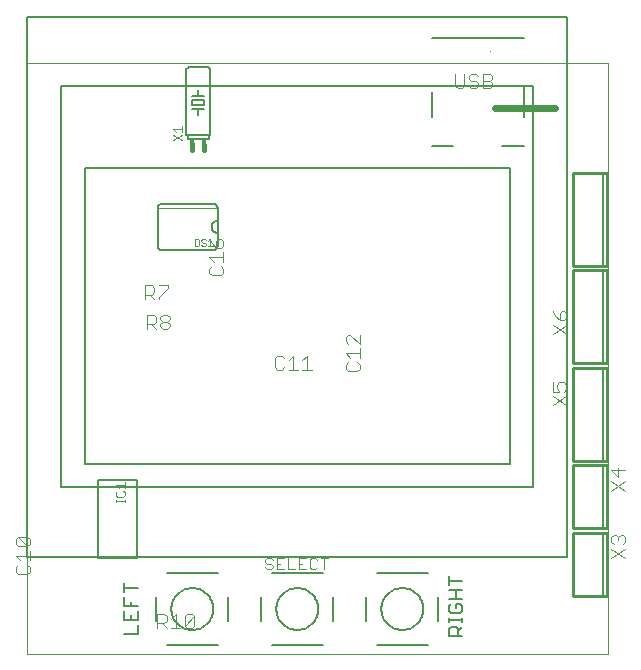
<source format=gto>
G75*
%MOIN*%
%OFA0B0*%
%FSLAX24Y24*%
%IPPOS*%
%LPD*%
%AMOC8*
5,1,8,0,0,1.08239X$1,22.5*
%
%ADD10C,0.0240*%
%ADD11C,0.0000*%
%ADD12C,0.0060*%
%ADD13C,0.0020*%
%ADD14C,0.0160*%
%ADD15R,0.0160X0.0230*%
%ADD16C,0.0030*%
%ADD17C,0.0080*%
%ADD18C,0.0040*%
%ADD19C,0.0050*%
%ADD20C,0.0100*%
D10*
X033750Y036365D02*
X035750Y036365D01*
D11*
X037520Y018150D02*
X018150Y018150D01*
X018150Y037900D01*
X018150Y037835D02*
X037520Y037835D01*
X037520Y018150D01*
D12*
X037333Y020142D02*
X037333Y022158D01*
X037333Y022392D02*
X037333Y024408D01*
X037333Y024642D02*
X037333Y027658D01*
X037333Y027892D02*
X037333Y030908D01*
X037333Y031142D02*
X037333Y034158D01*
X024493Y033007D02*
X024493Y031767D01*
X024491Y031744D01*
X024486Y031721D01*
X024477Y031699D01*
X024464Y031679D01*
X024449Y031661D01*
X024431Y031646D01*
X024411Y031633D01*
X024389Y031624D01*
X024366Y031619D01*
X024343Y031617D01*
X022643Y031617D01*
X022620Y031619D01*
X022597Y031624D01*
X022575Y031633D01*
X022555Y031646D01*
X022537Y031661D01*
X022522Y031679D01*
X022509Y031699D01*
X022500Y031721D01*
X022495Y031744D01*
X022493Y031767D01*
X022493Y033007D01*
X022495Y033030D01*
X022500Y033053D01*
X022509Y033075D01*
X022522Y033095D01*
X022537Y033113D01*
X022555Y033128D01*
X022575Y033141D01*
X022597Y033150D01*
X022620Y033155D01*
X022643Y033157D01*
X024343Y033157D01*
X024366Y033155D01*
X024389Y033150D01*
X024411Y033141D01*
X024431Y033128D01*
X024449Y033113D01*
X024464Y033095D01*
X024477Y033075D01*
X024486Y033053D01*
X024491Y033030D01*
X024493Y033007D01*
X024493Y032587D02*
X024466Y032585D01*
X024439Y032580D01*
X024413Y032570D01*
X024389Y032558D01*
X024367Y032542D01*
X024347Y032524D01*
X024330Y032502D01*
X024315Y032479D01*
X024305Y032454D01*
X024297Y032428D01*
X024293Y032401D01*
X024293Y032373D01*
X024297Y032346D01*
X024305Y032320D01*
X024315Y032295D01*
X024330Y032272D01*
X024347Y032250D01*
X024367Y032232D01*
X024389Y032216D01*
X024413Y032204D01*
X024439Y032194D01*
X024466Y032189D01*
X024493Y032187D01*
X024192Y035312D02*
X023492Y035312D01*
X023492Y035462D01*
X024192Y035462D01*
X024242Y035462D01*
X024242Y037612D01*
X024240Y037629D01*
X024236Y037646D01*
X024229Y037662D01*
X024219Y037676D01*
X024206Y037689D01*
X024192Y037699D01*
X024176Y037706D01*
X024159Y037710D01*
X024142Y037712D01*
X023542Y037712D01*
X023525Y037710D01*
X023508Y037706D01*
X023492Y037699D01*
X023478Y037689D01*
X023465Y037676D01*
X023455Y037662D01*
X023448Y037646D01*
X023444Y037629D01*
X023442Y037612D01*
X023442Y035462D01*
X023492Y035462D01*
X024192Y035462D02*
X024192Y035312D01*
X023842Y036112D02*
X023842Y036312D01*
X024042Y036312D01*
X024042Y036462D02*
X023642Y036462D01*
X023642Y036612D01*
X024042Y036612D01*
X024042Y036462D01*
X023842Y036312D02*
X023642Y036312D01*
X023642Y036762D02*
X023842Y036762D01*
X024042Y036762D01*
X023842Y036762D02*
X023842Y036962D01*
D13*
X024493Y033017D02*
X022493Y033017D01*
X023736Y031977D02*
X023846Y031977D01*
X023883Y031940D01*
X023883Y031794D01*
X023846Y031757D01*
X023736Y031757D01*
X023736Y031977D01*
X023957Y031940D02*
X023957Y031904D01*
X023994Y031867D01*
X024067Y031867D01*
X024104Y031830D01*
X024104Y031794D01*
X024067Y031757D01*
X023994Y031757D01*
X023957Y031794D01*
X023957Y031940D02*
X023994Y031977D01*
X024067Y031977D01*
X024104Y031940D01*
X024178Y031904D02*
X024252Y031977D01*
X024252Y031757D01*
X024325Y031757D02*
X024178Y031757D01*
D14*
X024042Y034962D02*
X024042Y035112D01*
X023642Y035162D02*
X023642Y034962D01*
D15*
X023642Y035177D03*
X024042Y035177D03*
D16*
X023307Y035268D02*
X023017Y035461D01*
X023114Y035562D02*
X023017Y035659D01*
X023307Y035659D01*
X023307Y035562D02*
X023307Y035756D01*
X023307Y035461D02*
X023017Y035268D01*
X021395Y023887D02*
X021395Y023693D01*
X021395Y023790D02*
X021105Y023790D01*
X021201Y023693D01*
X021153Y023592D02*
X021105Y023544D01*
X021105Y023447D01*
X021153Y023399D01*
X021346Y023399D01*
X021395Y023447D01*
X021395Y023544D01*
X021346Y023592D01*
X021395Y023299D02*
X021395Y023202D01*
X021395Y023251D02*
X021105Y023251D01*
X021105Y023299D02*
X021105Y023202D01*
D17*
X020500Y023940D02*
X021800Y023940D01*
X021800Y021360D01*
X020500Y021360D01*
X020500Y023940D01*
X022800Y020850D02*
X024500Y020850D01*
X024850Y020043D02*
X024850Y019250D01*
X024500Y018450D02*
X022800Y018450D01*
X022450Y019250D02*
X022450Y020055D01*
X022950Y019650D02*
X022952Y019702D01*
X022958Y019754D01*
X022968Y019806D01*
X022981Y019856D01*
X022998Y019906D01*
X023019Y019954D01*
X023044Y020000D01*
X023072Y020044D01*
X023103Y020086D01*
X023137Y020126D01*
X023174Y020163D01*
X023214Y020197D01*
X023256Y020228D01*
X023300Y020256D01*
X023346Y020281D01*
X023394Y020302D01*
X023444Y020319D01*
X023494Y020332D01*
X023546Y020342D01*
X023598Y020348D01*
X023650Y020350D01*
X023702Y020348D01*
X023754Y020342D01*
X023806Y020332D01*
X023856Y020319D01*
X023906Y020302D01*
X023954Y020281D01*
X024000Y020256D01*
X024044Y020228D01*
X024086Y020197D01*
X024126Y020163D01*
X024163Y020126D01*
X024197Y020086D01*
X024228Y020044D01*
X024256Y020000D01*
X024281Y019954D01*
X024302Y019906D01*
X024319Y019856D01*
X024332Y019806D01*
X024342Y019754D01*
X024348Y019702D01*
X024350Y019650D01*
X024348Y019598D01*
X024342Y019546D01*
X024332Y019494D01*
X024319Y019444D01*
X024302Y019394D01*
X024281Y019346D01*
X024256Y019300D01*
X024228Y019256D01*
X024197Y019214D01*
X024163Y019174D01*
X024126Y019137D01*
X024086Y019103D01*
X024044Y019072D01*
X024000Y019044D01*
X023954Y019019D01*
X023906Y018998D01*
X023856Y018981D01*
X023806Y018968D01*
X023754Y018958D01*
X023702Y018952D01*
X023650Y018950D01*
X023598Y018952D01*
X023546Y018958D01*
X023494Y018968D01*
X023444Y018981D01*
X023394Y018998D01*
X023346Y019019D01*
X023300Y019044D01*
X023256Y019072D01*
X023214Y019103D01*
X023174Y019137D01*
X023137Y019174D01*
X023103Y019214D01*
X023072Y019256D01*
X023044Y019300D01*
X023019Y019346D01*
X022998Y019394D01*
X022981Y019444D01*
X022968Y019494D01*
X022958Y019546D01*
X022952Y019598D01*
X022950Y019650D01*
X025950Y019250D02*
X025950Y020055D01*
X026300Y020850D02*
X028000Y020850D01*
X028350Y020043D02*
X028350Y019250D01*
X028000Y018450D02*
X026300Y018450D01*
X026450Y019650D02*
X026452Y019702D01*
X026458Y019754D01*
X026468Y019806D01*
X026481Y019856D01*
X026498Y019906D01*
X026519Y019954D01*
X026544Y020000D01*
X026572Y020044D01*
X026603Y020086D01*
X026637Y020126D01*
X026674Y020163D01*
X026714Y020197D01*
X026756Y020228D01*
X026800Y020256D01*
X026846Y020281D01*
X026894Y020302D01*
X026944Y020319D01*
X026994Y020332D01*
X027046Y020342D01*
X027098Y020348D01*
X027150Y020350D01*
X027202Y020348D01*
X027254Y020342D01*
X027306Y020332D01*
X027356Y020319D01*
X027406Y020302D01*
X027454Y020281D01*
X027500Y020256D01*
X027544Y020228D01*
X027586Y020197D01*
X027626Y020163D01*
X027663Y020126D01*
X027697Y020086D01*
X027728Y020044D01*
X027756Y020000D01*
X027781Y019954D01*
X027802Y019906D01*
X027819Y019856D01*
X027832Y019806D01*
X027842Y019754D01*
X027848Y019702D01*
X027850Y019650D01*
X027848Y019598D01*
X027842Y019546D01*
X027832Y019494D01*
X027819Y019444D01*
X027802Y019394D01*
X027781Y019346D01*
X027756Y019300D01*
X027728Y019256D01*
X027697Y019214D01*
X027663Y019174D01*
X027626Y019137D01*
X027586Y019103D01*
X027544Y019072D01*
X027500Y019044D01*
X027454Y019019D01*
X027406Y018998D01*
X027356Y018981D01*
X027306Y018968D01*
X027254Y018958D01*
X027202Y018952D01*
X027150Y018950D01*
X027098Y018952D01*
X027046Y018958D01*
X026994Y018968D01*
X026944Y018981D01*
X026894Y018998D01*
X026846Y019019D01*
X026800Y019044D01*
X026756Y019072D01*
X026714Y019103D01*
X026674Y019137D01*
X026637Y019174D01*
X026603Y019214D01*
X026572Y019256D01*
X026544Y019300D01*
X026519Y019346D01*
X026498Y019394D01*
X026481Y019444D01*
X026468Y019494D01*
X026458Y019546D01*
X026452Y019598D01*
X026450Y019650D01*
X029450Y019250D02*
X029450Y020055D01*
X029950Y019650D02*
X029952Y019702D01*
X029958Y019754D01*
X029968Y019806D01*
X029981Y019856D01*
X029998Y019906D01*
X030019Y019954D01*
X030044Y020000D01*
X030072Y020044D01*
X030103Y020086D01*
X030137Y020126D01*
X030174Y020163D01*
X030214Y020197D01*
X030256Y020228D01*
X030300Y020256D01*
X030346Y020281D01*
X030394Y020302D01*
X030444Y020319D01*
X030494Y020332D01*
X030546Y020342D01*
X030598Y020348D01*
X030650Y020350D01*
X030702Y020348D01*
X030754Y020342D01*
X030806Y020332D01*
X030856Y020319D01*
X030906Y020302D01*
X030954Y020281D01*
X031000Y020256D01*
X031044Y020228D01*
X031086Y020197D01*
X031126Y020163D01*
X031163Y020126D01*
X031197Y020086D01*
X031228Y020044D01*
X031256Y020000D01*
X031281Y019954D01*
X031302Y019906D01*
X031319Y019856D01*
X031332Y019806D01*
X031342Y019754D01*
X031348Y019702D01*
X031350Y019650D01*
X031348Y019598D01*
X031342Y019546D01*
X031332Y019494D01*
X031319Y019444D01*
X031302Y019394D01*
X031281Y019346D01*
X031256Y019300D01*
X031228Y019256D01*
X031197Y019214D01*
X031163Y019174D01*
X031126Y019137D01*
X031086Y019103D01*
X031044Y019072D01*
X031000Y019044D01*
X030954Y019019D01*
X030906Y018998D01*
X030856Y018981D01*
X030806Y018968D01*
X030754Y018958D01*
X030702Y018952D01*
X030650Y018950D01*
X030598Y018952D01*
X030546Y018958D01*
X030494Y018968D01*
X030444Y018981D01*
X030394Y018998D01*
X030346Y019019D01*
X030300Y019044D01*
X030256Y019072D01*
X030214Y019103D01*
X030174Y019137D01*
X030137Y019174D01*
X030103Y019214D01*
X030072Y019256D01*
X030044Y019300D01*
X030019Y019346D01*
X029998Y019394D01*
X029981Y019444D01*
X029968Y019494D01*
X029958Y019546D01*
X029952Y019598D01*
X029950Y019650D01*
X029800Y018450D02*
X031500Y018450D01*
X031850Y019250D02*
X031850Y020043D01*
X031500Y020850D02*
X029800Y020850D01*
D18*
X028172Y021340D02*
X027932Y021340D01*
X028052Y021340D02*
X028052Y020980D01*
X027803Y021040D02*
X027743Y020980D01*
X027623Y020980D01*
X027563Y021040D01*
X027563Y021280D01*
X027623Y021340D01*
X027743Y021340D01*
X027803Y021280D01*
X027435Y021340D02*
X027195Y021340D01*
X027195Y020980D01*
X027435Y020980D01*
X027315Y021160D02*
X027195Y021160D01*
X027067Y020980D02*
X026827Y020980D01*
X026827Y021340D01*
X026699Y021340D02*
X026458Y021340D01*
X026458Y020980D01*
X026699Y020980D01*
X026578Y021160D02*
X026458Y021160D01*
X026330Y021100D02*
X026330Y021040D01*
X026270Y020980D01*
X026150Y020980D01*
X026090Y021040D01*
X026150Y021160D02*
X026270Y021160D01*
X026330Y021100D01*
X026330Y021280D02*
X026270Y021340D01*
X026150Y021340D01*
X026090Y021280D01*
X026090Y021220D01*
X026150Y021160D01*
X023717Y019404D02*
X023410Y019097D01*
X023486Y019020D01*
X023640Y019020D01*
X023717Y019097D01*
X023717Y019404D01*
X023640Y019480D01*
X023486Y019480D01*
X023410Y019404D01*
X023410Y019097D01*
X023256Y019020D02*
X022949Y019020D01*
X022796Y019020D02*
X022642Y019173D01*
X022719Y019173D02*
X022489Y019173D01*
X022489Y019020D02*
X022489Y019480D01*
X022719Y019480D01*
X022796Y019404D01*
X022796Y019250D01*
X022719Y019173D01*
X022949Y019327D02*
X023103Y019480D01*
X023103Y019020D01*
X018230Y020897D02*
X018153Y020820D01*
X017846Y020820D01*
X017770Y020897D01*
X017770Y021050D01*
X017846Y021127D01*
X017923Y021280D02*
X017770Y021434D01*
X018230Y021434D01*
X018230Y021587D02*
X018230Y021280D01*
X018153Y021127D02*
X018230Y021050D01*
X018230Y020897D01*
X018153Y021741D02*
X017846Y022048D01*
X018153Y022048D01*
X018230Y021971D01*
X018230Y021818D01*
X018153Y021741D01*
X017846Y021741D01*
X017770Y021818D01*
X017770Y021971D01*
X017846Y022048D01*
X026399Y027707D02*
X026476Y027630D01*
X026629Y027630D01*
X026706Y027707D01*
X026859Y027630D02*
X027166Y027630D01*
X027013Y027630D02*
X027013Y028090D01*
X026859Y027937D01*
X026706Y028014D02*
X026629Y028090D01*
X026476Y028090D01*
X026399Y028014D01*
X026399Y027707D01*
X027320Y027630D02*
X027627Y027630D01*
X027473Y027630D02*
X027473Y028090D01*
X027320Y027937D01*
X028770Y027800D02*
X028770Y027647D01*
X028846Y027570D01*
X029153Y027570D01*
X029230Y027647D01*
X029230Y027800D01*
X029153Y027877D01*
X029230Y028030D02*
X029230Y028337D01*
X029230Y028184D02*
X028770Y028184D01*
X028923Y028030D01*
X028846Y027877D02*
X028770Y027800D01*
X028846Y028491D02*
X028770Y028568D01*
X028770Y028721D01*
X028846Y028798D01*
X028923Y028798D01*
X029230Y028491D01*
X029230Y028798D01*
X024680Y030846D02*
X024680Y030999D01*
X024603Y031076D01*
X024680Y031229D02*
X024680Y031536D01*
X024680Y031383D02*
X024220Y031383D01*
X024373Y031229D01*
X024296Y031076D02*
X024220Y030999D01*
X024220Y030846D01*
X024296Y030769D01*
X024603Y030769D01*
X024680Y030846D01*
X024603Y031690D02*
X024680Y031766D01*
X024680Y031920D01*
X024603Y031997D01*
X024527Y031997D01*
X024450Y031920D01*
X024450Y031690D01*
X024603Y031690D01*
X024450Y031690D02*
X024296Y031843D01*
X024220Y031997D01*
X022847Y030440D02*
X022847Y030364D01*
X022540Y030057D01*
X022540Y029980D01*
X022387Y029980D02*
X022233Y030133D01*
X022310Y030133D02*
X022080Y030133D01*
X022080Y029980D02*
X022080Y030440D01*
X022310Y030440D01*
X022387Y030364D01*
X022387Y030210D01*
X022310Y030133D01*
X022540Y030440D02*
X022847Y030440D01*
X022820Y029456D02*
X022897Y029379D01*
X022897Y029302D01*
X022820Y029225D01*
X022666Y029225D01*
X022590Y029302D01*
X022590Y029379D01*
X022666Y029456D01*
X022820Y029456D01*
X022820Y029225D02*
X022897Y029149D01*
X022897Y029072D01*
X022820Y028995D01*
X022666Y028995D01*
X022590Y029072D01*
X022590Y029149D01*
X022666Y029225D01*
X022436Y029225D02*
X022359Y029149D01*
X022129Y029149D01*
X022283Y029149D02*
X022436Y028995D01*
X022436Y029225D02*
X022436Y029379D01*
X022359Y029456D01*
X022129Y029456D01*
X022129Y028995D01*
X032416Y037096D02*
X032492Y037019D01*
X032646Y037019D01*
X032722Y037096D01*
X032722Y037479D01*
X032876Y037403D02*
X032876Y037326D01*
X032953Y037249D01*
X033106Y037249D01*
X033183Y037173D01*
X033183Y037096D01*
X033106Y037019D01*
X032953Y037019D01*
X032876Y037096D01*
X032876Y037403D02*
X032953Y037479D01*
X033106Y037479D01*
X033183Y037403D01*
X033336Y037479D02*
X033566Y037479D01*
X033643Y037403D01*
X033643Y037326D01*
X033566Y037249D01*
X033336Y037249D01*
X033336Y037019D02*
X033566Y037019D01*
X033643Y037096D01*
X033643Y037173D01*
X033566Y037249D01*
X033336Y037019D02*
X033336Y037479D01*
X032416Y037479D02*
X032416Y037096D01*
X033569Y038261D02*
X033569Y038261D01*
X035670Y029587D02*
X035746Y029433D01*
X035900Y029280D01*
X035900Y029510D01*
X035977Y029587D01*
X036053Y029587D01*
X036130Y029510D01*
X036130Y029356D01*
X036053Y029280D01*
X035900Y029280D01*
X036130Y029126D02*
X035670Y028819D01*
X035670Y029126D02*
X036130Y028819D01*
X036043Y027207D02*
X036120Y027130D01*
X036120Y026976D01*
X036043Y026900D01*
X035890Y026900D02*
X035813Y027053D01*
X035813Y027130D01*
X035890Y027207D01*
X036043Y027207D01*
X035890Y026900D02*
X035660Y026900D01*
X035660Y027207D01*
X035660Y026746D02*
X036120Y026439D01*
X036120Y026746D02*
X035660Y026439D01*
X037620Y024290D02*
X037850Y024060D01*
X037850Y024367D01*
X038080Y024290D02*
X037620Y024290D01*
X037620Y023906D02*
X038080Y023599D01*
X038080Y023906D02*
X037620Y023599D01*
X037696Y022117D02*
X037773Y022117D01*
X037850Y022040D01*
X037927Y022117D01*
X038003Y022117D01*
X038080Y022040D01*
X038080Y021886D01*
X038003Y021810D01*
X038080Y021656D02*
X037620Y021349D01*
X037620Y021656D02*
X038080Y021349D01*
X037696Y021810D02*
X037620Y021886D01*
X037620Y022040D01*
X037696Y022117D01*
X037850Y022040D02*
X037850Y021963D01*
D19*
X036150Y021400D02*
X018150Y021400D01*
X018150Y039400D01*
X036150Y039400D01*
X036150Y021400D01*
X035024Y023707D02*
X019276Y023707D01*
X019276Y037093D01*
X035024Y037093D01*
X035024Y023707D01*
X034237Y024494D02*
X034237Y034337D01*
X020063Y034337D01*
X020063Y024494D01*
X034237Y024494D01*
X032655Y020593D02*
X032205Y020593D01*
X032205Y020443D02*
X032205Y020743D01*
X032205Y020283D02*
X032655Y020283D01*
X032430Y020283D02*
X032430Y019983D01*
X032430Y019823D02*
X032430Y019672D01*
X032430Y019823D02*
X032580Y019823D01*
X032655Y019748D01*
X032655Y019597D01*
X032580Y019522D01*
X032280Y019522D01*
X032205Y019597D01*
X032205Y019748D01*
X032280Y019823D01*
X032205Y019983D02*
X032655Y019983D01*
X032655Y019366D02*
X032655Y019215D01*
X032655Y019290D02*
X032205Y019290D01*
X032205Y019215D02*
X032205Y019366D01*
X032280Y019055D02*
X032430Y019055D01*
X032505Y018980D01*
X032505Y018755D01*
X032655Y018755D02*
X032205Y018755D01*
X032205Y018980D01*
X032280Y019055D01*
X032505Y018905D02*
X032655Y019055D01*
X021825Y019125D02*
X021825Y018825D01*
X021375Y018825D01*
X021375Y019285D02*
X021825Y019285D01*
X021825Y019586D01*
X021825Y019746D02*
X021375Y019746D01*
X021375Y020046D01*
X021375Y020206D02*
X021375Y020506D01*
X021375Y020356D02*
X021825Y020356D01*
X021600Y019896D02*
X021600Y019746D01*
X021375Y019586D02*
X021375Y019285D01*
X021600Y019285D02*
X021600Y019436D01*
X031625Y035070D02*
X032334Y035070D01*
X031625Y036054D02*
X031625Y036881D01*
X033987Y035070D02*
X034696Y035070D01*
X034696Y036054D02*
X034696Y037117D01*
X034696Y038692D02*
X031625Y038692D01*
D20*
X036329Y034201D02*
X037471Y034201D01*
X037471Y031099D01*
X036329Y031099D01*
X036329Y034201D01*
X036329Y030951D02*
X037471Y030951D01*
X037471Y027849D01*
X036329Y027849D01*
X036329Y030951D01*
X036329Y027701D02*
X037471Y027701D01*
X037471Y024599D01*
X036329Y024599D01*
X036329Y027701D01*
X036329Y024451D02*
X037471Y024451D01*
X037471Y022349D01*
X036329Y022349D01*
X036329Y024451D01*
X036329Y022201D02*
X037471Y022201D01*
X037471Y020099D01*
X036329Y020099D01*
X036329Y022201D01*
M02*

</source>
